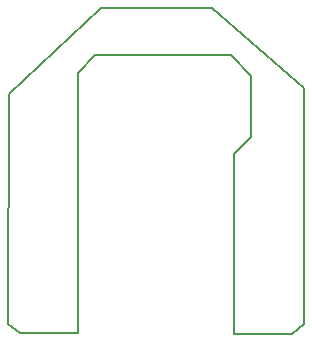
<source format=gbp>
G04 #@! TF.GenerationSoftware,KiCad,Pcbnew,7.99.0-unknown-556120554e~172~ubuntu22.04.1*
G04 #@! TF.CreationDate,2023-08-17T23:45:12+09:00*
G04 #@! TF.ProjectId,bGeigieCast V1.6.0(StampS3),62476569-6769-4654-9361-73742056312e,rev?*
G04 #@! TF.SameCoordinates,Original*
G04 #@! TF.FileFunction,Paste,Bot*
G04 #@! TF.FilePolarity,Positive*
%FSLAX46Y46*%
G04 Gerber Fmt 4.6, Leading zero omitted, Abs format (unit mm)*
G04 Created by KiCad (PCBNEW 7.99.0-unknown-556120554e~172~ubuntu22.04.1) date 2023-08-17 23:45:12*
%MOMM*%
%LPD*%
G01*
G04 APERTURE LIST*
G04 #@! TA.AperFunction,Profile*
%ADD10C,0.150000*%
G04 #@! TD*
G04 APERTURE END LIST*
D10*
X135836040Y-117988000D02*
X136850000Y-118750000D01*
X135923000Y-98496000D02*
X135836040Y-117988000D01*
X141765000Y-118741000D02*
X136850000Y-118750000D01*
X159832000Y-118816000D02*
X154973000Y-118816000D01*
X160850000Y-117950000D02*
X160866000Y-97996000D01*
X143670000Y-91257000D02*
X135923000Y-98496000D01*
X160850000Y-117950000D02*
X159832000Y-118816000D01*
X141765000Y-96718000D02*
X141765000Y-118741000D01*
X156360127Y-102138500D02*
X154973000Y-103576000D01*
X154719000Y-95194000D02*
X156370000Y-96972000D01*
X154973000Y-103576000D02*
X154973000Y-118816000D01*
X153068000Y-91257000D02*
X143670000Y-91257000D01*
X143162000Y-95194000D02*
X141765000Y-96718000D01*
X154719000Y-95194000D02*
X143162000Y-95194000D01*
X156379872Y-96972000D02*
X156360127Y-102138500D01*
X153068000Y-91257000D02*
X160866000Y-97996000D01*
M02*

</source>
